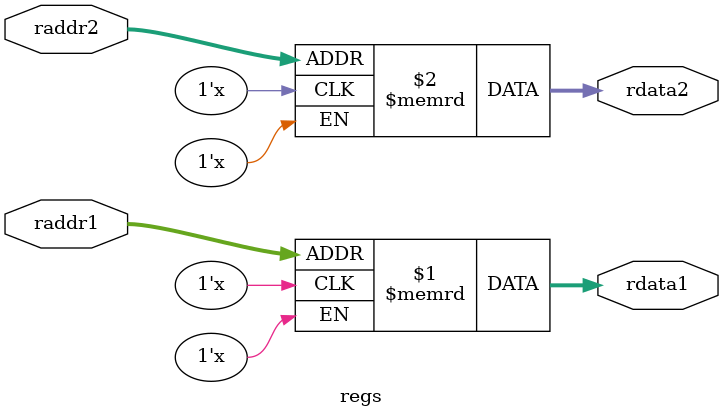
<source format=v>
`timescale 1ns / 1ps

module regs (
	input [4:0] raddr1,
	input [4:0] raddr2,

	output reg [31:0] rdata1,
	output reg [31:0] rdata2
);
	reg [31:0] register [0:31];

	assign rdata1 = register[raddr1];
	assign rdata2 = register[raddr2];
endmodule

</source>
